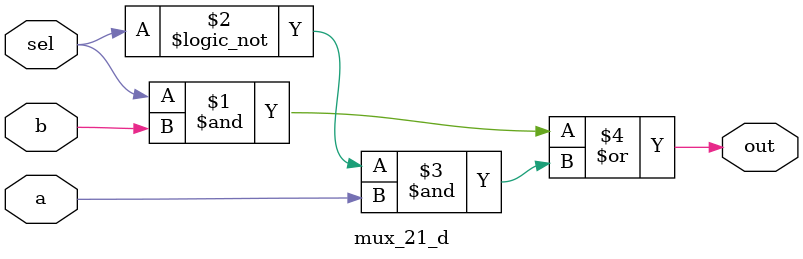
<source format=v>
`timescale 1ns / 1ps


module mux_21_d(
    input a,
    input b,
    input sel,
    output out
    );
    
    assign out=(sel&b)|(!sel&a);
    
endmodule

</source>
